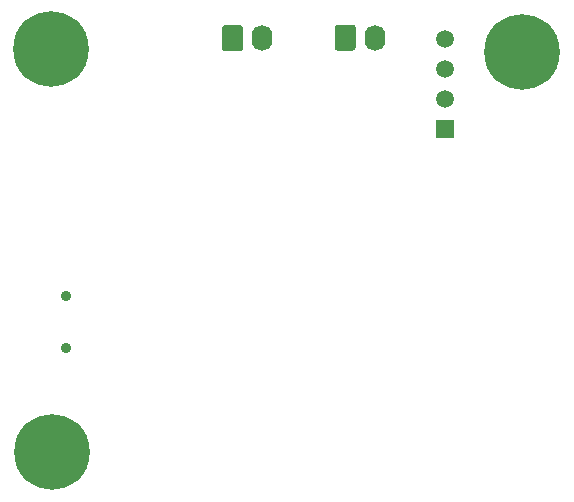
<source format=gbr>
G04 #@! TF.GenerationSoftware,KiCad,Pcbnew,5.1.5+dfsg1-2build2*
G04 #@! TF.CreationDate,2021-09-08T10:09:05+12:00*
G04 #@! TF.ProjectId,bbq-monitor,6262712d-6d6f-46e6-9974-6f722e6b6963,rev?*
G04 #@! TF.SameCoordinates,Original*
G04 #@! TF.FileFunction,Soldermask,Bot*
G04 #@! TF.FilePolarity,Negative*
%FSLAX46Y46*%
G04 Gerber Fmt 4.6, Leading zero omitted, Abs format (unit mm)*
G04 Created by KiCad (PCBNEW 5.1.5+dfsg1-2build2) date 2021-09-08 10:09:05*
%MOMM*%
%LPD*%
G04 APERTURE LIST*
%ADD10C,0.800000*%
%ADD11C,6.400000*%
%ADD12O,1.740000X2.200000*%
%ADD13C,0.100000*%
%ADD14C,1.500000*%
%ADD15R,1.500000X1.500000*%
%ADD16C,0.900000*%
G04 APERTURE END LIST*
D10*
X152654000Y-95157888D03*
X150956944Y-94454944D03*
X149259888Y-95157888D03*
X148556944Y-96854944D03*
X149259888Y-98552000D03*
X150956944Y-99254944D03*
X152654000Y-98552000D03*
X153356944Y-96854944D03*
D11*
X150956944Y-96854944D03*
D10*
X152573056Y-61040944D03*
X150876000Y-60338000D03*
X149178944Y-61040944D03*
X148476000Y-62738000D03*
X149178944Y-64435056D03*
X150876000Y-65138000D03*
X152573056Y-64435056D03*
X153276000Y-62738000D03*
D11*
X150876000Y-62738000D03*
D12*
X168740000Y-61800000D03*
D13*
G36*
X166844505Y-60701204D02*
G01*
X166868773Y-60704804D01*
X166892572Y-60710765D01*
X166915671Y-60719030D01*
X166937850Y-60729520D01*
X166958893Y-60742132D01*
X166978599Y-60756747D01*
X166996777Y-60773223D01*
X167013253Y-60791401D01*
X167027868Y-60811107D01*
X167040480Y-60832150D01*
X167050970Y-60854329D01*
X167059235Y-60877428D01*
X167065196Y-60901227D01*
X167068796Y-60925495D01*
X167070000Y-60949999D01*
X167070000Y-62650001D01*
X167068796Y-62674505D01*
X167065196Y-62698773D01*
X167059235Y-62722572D01*
X167050970Y-62745671D01*
X167040480Y-62767850D01*
X167027868Y-62788893D01*
X167013253Y-62808599D01*
X166996777Y-62826777D01*
X166978599Y-62843253D01*
X166958893Y-62857868D01*
X166937850Y-62870480D01*
X166915671Y-62880970D01*
X166892572Y-62889235D01*
X166868773Y-62895196D01*
X166844505Y-62898796D01*
X166820001Y-62900000D01*
X165579999Y-62900000D01*
X165555495Y-62898796D01*
X165531227Y-62895196D01*
X165507428Y-62889235D01*
X165484329Y-62880970D01*
X165462150Y-62870480D01*
X165441107Y-62857868D01*
X165421401Y-62843253D01*
X165403223Y-62826777D01*
X165386747Y-62808599D01*
X165372132Y-62788893D01*
X165359520Y-62767850D01*
X165349030Y-62745671D01*
X165340765Y-62722572D01*
X165334804Y-62698773D01*
X165331204Y-62674505D01*
X165330000Y-62650001D01*
X165330000Y-60949999D01*
X165331204Y-60925495D01*
X165334804Y-60901227D01*
X165340765Y-60877428D01*
X165349030Y-60854329D01*
X165359520Y-60832150D01*
X165372132Y-60811107D01*
X165386747Y-60791401D01*
X165403223Y-60773223D01*
X165421401Y-60756747D01*
X165441107Y-60742132D01*
X165462150Y-60729520D01*
X165484329Y-60719030D01*
X165507428Y-60710765D01*
X165531227Y-60704804D01*
X165555495Y-60701204D01*
X165579999Y-60700000D01*
X166820001Y-60700000D01*
X166844505Y-60701204D01*
G37*
D11*
X190754000Y-62992000D03*
D10*
X190754000Y-60592000D03*
X192451056Y-61294944D03*
X193154000Y-62992000D03*
X192451056Y-64689056D03*
X190754000Y-65392000D03*
X189056944Y-64689056D03*
X188354000Y-62992000D03*
X189056944Y-61294944D03*
D14*
X184200000Y-61880000D03*
X184200000Y-64420000D03*
X184200000Y-66960000D03*
D15*
X184200000Y-69500000D03*
D12*
X178290000Y-61750000D03*
D13*
G36*
X176394505Y-60651204D02*
G01*
X176418773Y-60654804D01*
X176442572Y-60660765D01*
X176465671Y-60669030D01*
X176487850Y-60679520D01*
X176508893Y-60692132D01*
X176528599Y-60706747D01*
X176546777Y-60723223D01*
X176563253Y-60741401D01*
X176577868Y-60761107D01*
X176590480Y-60782150D01*
X176600970Y-60804329D01*
X176609235Y-60827428D01*
X176615196Y-60851227D01*
X176618796Y-60875495D01*
X176620000Y-60899999D01*
X176620000Y-62600001D01*
X176618796Y-62624505D01*
X176615196Y-62648773D01*
X176609235Y-62672572D01*
X176600970Y-62695671D01*
X176590480Y-62717850D01*
X176577868Y-62738893D01*
X176563253Y-62758599D01*
X176546777Y-62776777D01*
X176528599Y-62793253D01*
X176508893Y-62807868D01*
X176487850Y-62820480D01*
X176465671Y-62830970D01*
X176442572Y-62839235D01*
X176418773Y-62845196D01*
X176394505Y-62848796D01*
X176370001Y-62850000D01*
X175129999Y-62850000D01*
X175105495Y-62848796D01*
X175081227Y-62845196D01*
X175057428Y-62839235D01*
X175034329Y-62830970D01*
X175012150Y-62820480D01*
X174991107Y-62807868D01*
X174971401Y-62793253D01*
X174953223Y-62776777D01*
X174936747Y-62758599D01*
X174922132Y-62738893D01*
X174909520Y-62717850D01*
X174899030Y-62695671D01*
X174890765Y-62672572D01*
X174884804Y-62648773D01*
X174881204Y-62624505D01*
X174880000Y-62600001D01*
X174880000Y-60899999D01*
X174881204Y-60875495D01*
X174884804Y-60851227D01*
X174890765Y-60827428D01*
X174899030Y-60804329D01*
X174909520Y-60782150D01*
X174922132Y-60761107D01*
X174936747Y-60741401D01*
X174953223Y-60723223D01*
X174971401Y-60706747D01*
X174991107Y-60692132D01*
X175012150Y-60679520D01*
X175034329Y-60669030D01*
X175057428Y-60660765D01*
X175081227Y-60654804D01*
X175105495Y-60651204D01*
X175129999Y-60650000D01*
X176370001Y-60650000D01*
X176394505Y-60651204D01*
G37*
D16*
X152100000Y-83600000D03*
X152100000Y-88000000D03*
M02*

</source>
